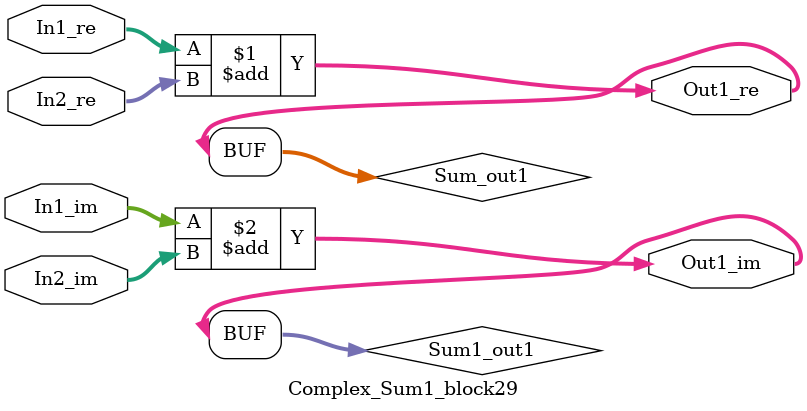
<source format=v>



`timescale 1 ns / 1 ns

module Complex_Sum1_block29
          (In1_re,
           In1_im,
           In2_re,
           In2_im,
           Out1_re,
           Out1_im);


  input   signed [36:0] In1_re;  // sfix37_En22
  input   signed [36:0] In1_im;  // sfix37_En22
  input   signed [36:0] In2_re;  // sfix37_En22
  input   signed [36:0] In2_im;  // sfix37_En22
  output  signed [36:0] Out1_re;  // sfix37_En22
  output  signed [36:0] Out1_im;  // sfix37_En22


  wire signed [36:0] Sum_out1;  // sfix37_En22
  wire signed [36:0] Sum1_out1;  // sfix37_En22


  assign Sum_out1 = In1_re + In2_re;



  assign Out1_re = Sum_out1;

  assign Sum1_out1 = In1_im + In2_im;



  assign Out1_im = Sum1_out1;

endmodule  // Complex_Sum1_block29


</source>
